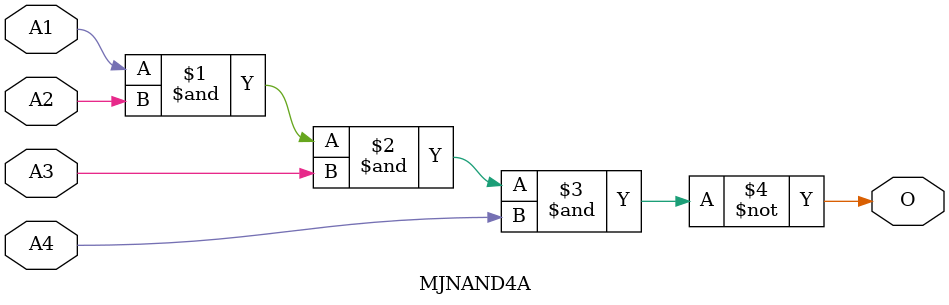
<source format=v>
module MJNAND4A(A1, A2, A3, A4, O);
input   A1;
input   A2;
input   A3;
input   A4;
output  O;
nand g0(O, A1, A2, A3, A4);
endmodule
</source>
